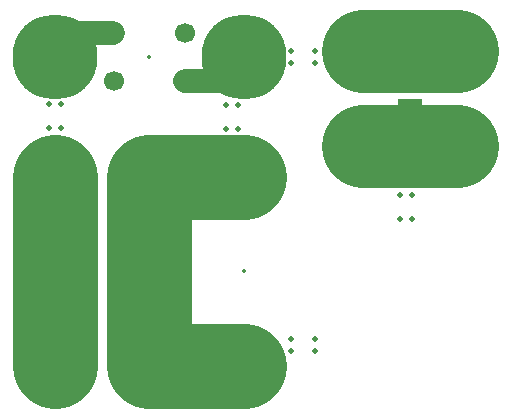
<source format=gbl>
%TF.GenerationSoftware,KiCad,Pcbnew,4.0.5-e0-6337~49~ubuntu16.04.1*%
%TF.CreationDate,2017-02-14T03:20:44-08:00*%
%TF.ProjectId,10mmLED-Button-Battery,31306D6D4C45442D427574746F6E2D42,v1.2*%
%TF.FileFunction,Copper,L2,Bot,Signal*%
%FSLAX46Y46*%
G04 Gerber Fmt 4.6, Leading zero omitted, Abs format (unit mm)*
G04 Created by KiCad (PCBNEW 4.0.5-e0-6337~49~ubuntu16.04.1) date Tue Feb 14 03:20:44 2017*
%MOMM*%
%LPD*%
G01*
G04 APERTURE LIST*
%ADD10C,0.350000*%
%ADD11C,2.000000*%
%ADD12C,7.000000*%
%ADD13C,7.200000*%
%ADD14C,0.500000*%
%ADD15R,2.000000X1.900000*%
%ADD16C,1.900000*%
%ADD17C,6.000000*%
%ADD18C,1.700000*%
%ADD19C,7.200000*%
%ADD20C,0.350000*%
G04 APERTURE END LIST*
D10*
D11*
X59855600Y-40010700D02*
X59855600Y-41110700D01*
D12*
X55855600Y-42810700D02*
X63855600Y-42810700D01*
X55855600Y-34810700D02*
X63855600Y-34810700D01*
D11*
X59855600Y-36160700D02*
X59855600Y-37260700D01*
X34714801Y-33289601D02*
X29764801Y-33289601D01*
X45764801Y-37289601D02*
X40814801Y-37289601D01*
D13*
X37768800Y-61415200D02*
X37768800Y-45415200D01*
X45768800Y-61415200D02*
X37768800Y-61415200D01*
X45768800Y-45415200D02*
X37768800Y-45415200D01*
X29768800Y-45415200D02*
X29768800Y-61415200D01*
D14*
X59004200Y-46990000D03*
X60020200Y-46990000D03*
X60020200Y-49022000D03*
X59004200Y-49022000D03*
X51816000Y-59156600D03*
X51816000Y-60172600D03*
X49784000Y-60172600D03*
X49784000Y-59156600D03*
X30327600Y-41325800D03*
X29311600Y-41325800D03*
X29311600Y-39293800D03*
X30327600Y-39293800D03*
X45313600Y-41351200D03*
X44297600Y-41351200D03*
X44297600Y-39319200D03*
X45313600Y-39319200D03*
D15*
X59855600Y-39810700D03*
D16*
X59855600Y-37270700D03*
D17*
X63855600Y-34810700D03*
X63855600Y-42810700D03*
X55855600Y-42810700D03*
X55855600Y-34810700D03*
D18*
X40758201Y-37303801D03*
X34758201Y-37303801D03*
X40758201Y-33303801D03*
X34758201Y-33303801D03*
D19*
X29764801Y-35289601D03*
X45764801Y-35289601D03*
D17*
X45768800Y-61415200D03*
X29768800Y-61415200D03*
X45768800Y-45415200D03*
X29768800Y-45415200D03*
D14*
X49758600Y-35763200D03*
X49758600Y-34747200D03*
X51790600Y-34747200D03*
X51790600Y-35763200D03*
D20*
X59004200Y-46990000D03*
X60020200Y-46990000D03*
X60020200Y-49022000D03*
X59004200Y-49022000D03*
X51816000Y-59156600D03*
X51816000Y-60172600D03*
X49784000Y-60172600D03*
X49784000Y-59156600D03*
X30327600Y-41325800D03*
X29311600Y-41325800D03*
X29311600Y-39293800D03*
X30327600Y-39293800D03*
X45313600Y-41351200D03*
X44297600Y-41351200D03*
X44297600Y-39319200D03*
X45313600Y-39319200D03*
X59855600Y-39810700D03*
X59855600Y-37270700D03*
X63855600Y-34810700D03*
X63855600Y-42810700D03*
X55855600Y-42810700D03*
X55855600Y-34810700D03*
X40758201Y-37303801D03*
X34758201Y-37303801D03*
X40758201Y-33303801D03*
X34758201Y-33303801D03*
X37764801Y-35289601D03*
X29764801Y-35289601D03*
X45764801Y-35289601D03*
X37768800Y-53415200D03*
X45768800Y-53415200D03*
X29768800Y-53415200D03*
X45768800Y-61415200D03*
X37768800Y-61415200D03*
X29768800Y-61415200D03*
X45768800Y-45415200D03*
X37768800Y-45415200D03*
X29768800Y-45415200D03*
X49758600Y-35763200D03*
X49758600Y-34747200D03*
X51790600Y-34747200D03*
X51790600Y-35763200D03*
M02*

</source>
